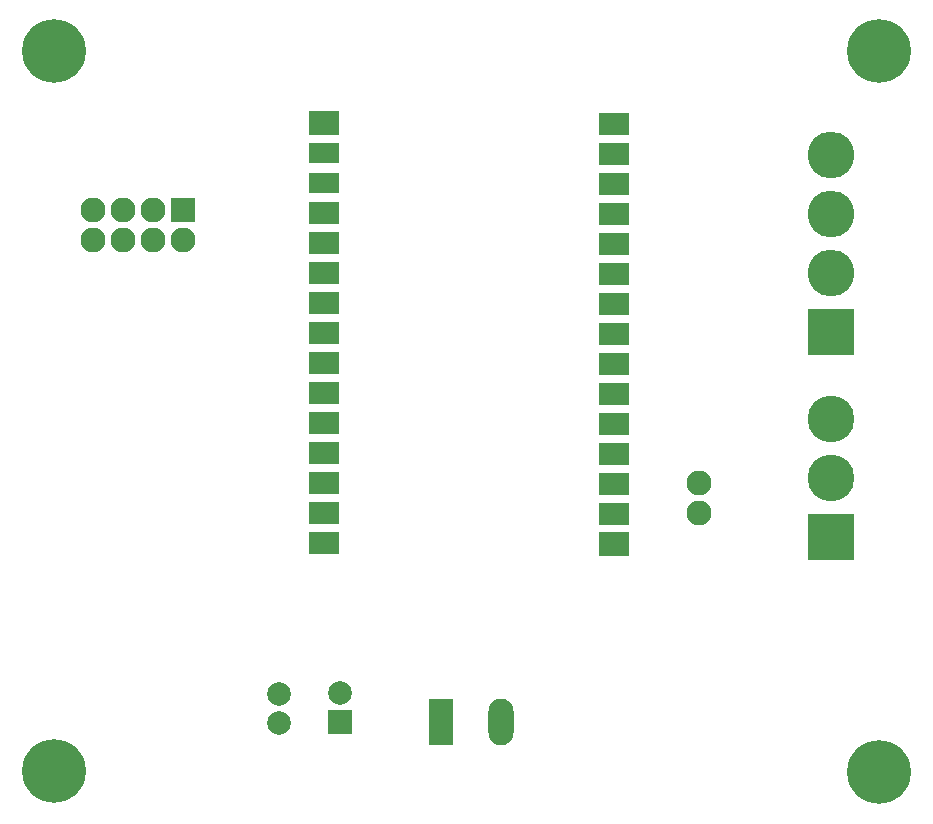
<source format=gbr>
%TF.GenerationSoftware,KiCad,Pcbnew,7.0.3*%
%TF.CreationDate,2023-06-10T16:48:24-05:00*%
%TF.ProjectId,ambient_measurement,616d6269-656e-4745-9f6d-656173757265,rev?*%
%TF.SameCoordinates,Original*%
%TF.FileFunction,Soldermask,Top*%
%TF.FilePolarity,Negative*%
%FSLAX46Y46*%
G04 Gerber Fmt 4.6, Leading zero omitted, Abs format (unit mm)*
G04 Created by KiCad (PCBNEW 7.0.3) date 2023-06-10 16:48:24*
%MOMM*%
%LPD*%
G01*
G04 APERTURE LIST*
%ADD10C,5.400000*%
%ADD11R,2.125000X3.960000*%
%ADD12O,2.125000X3.960000*%
%ADD13C,2.125000*%
%ADD14O,2.125000X2.125000*%
%ADD15R,2.000000X2.000000*%
%ADD16C,2.000000*%
%ADD17R,3.960000X3.960000*%
%ADD18C,3.960000*%
%ADD19O,3.960000X3.960000*%
%ADD20R,2.125000X2.125000*%
%ADD21R,2.540000X2.000000*%
%ADD22R,2.540000X1.950000*%
%ADD23R,2.540000X2.100000*%
%ADD24R,2.540000X1.740000*%
G04 APERTURE END LIST*
D10*
%TO.C,H2*%
X249936000Y-123036000D03*
%TD*%
D11*
%TO.C,5V1*%
X212894888Y-118792000D03*
D12*
X217894888Y-118792000D03*
%TD*%
D13*
%TO.C,R1*%
X234696000Y-98552000D03*
D14*
X234696000Y-101092000D03*
%TD*%
D15*
%TO.C,C1*%
X204296000Y-118785112D03*
D16*
X204296000Y-116285112D03*
%TD*%
D17*
%TO.C,J1*%
X245872000Y-103124000D03*
D18*
X245872000Y-98124000D03*
X245872000Y-93124000D03*
%TD*%
D17*
%TO.C,J2*%
X245872000Y-85772000D03*
D19*
X245872000Y-80772000D03*
X245872000Y-75772000D03*
X245872000Y-70772000D03*
%TD*%
D10*
%TO.C,H4*%
X249936000Y-61976000D03*
%TD*%
D20*
%TO.C,U1*%
X191045000Y-75392000D03*
D13*
X191045000Y-77932000D03*
X188505000Y-75392000D03*
X188505000Y-77932000D03*
X185965000Y-75392000D03*
X185965000Y-77932000D03*
X183425000Y-75392000D03*
X183425000Y-77932000D03*
%TD*%
D16*
%TO.C,C2*%
X199136000Y-118872000D03*
X199136000Y-116372000D03*
%TD*%
D21*
%TO.C,J_esp1*%
X227490500Y-103699000D03*
D22*
X227490500Y-101159000D03*
X227490500Y-98619000D03*
X227490500Y-96079000D03*
X227490500Y-93539000D03*
X227490500Y-90999000D03*
X227490500Y-88459000D03*
X227490500Y-85919000D03*
X227490500Y-83379000D03*
X227490500Y-80839000D03*
X227490500Y-78299000D03*
X227490500Y-75759000D03*
X227490500Y-73219000D03*
X227490500Y-70679000D03*
X227490500Y-68139000D03*
%TD*%
D10*
%TO.C,H3*%
X180100000Y-122936000D03*
%TD*%
D23*
%TO.C,J_esp0*%
X202950000Y-68060000D03*
D24*
X202950000Y-70600000D03*
X202950000Y-73140000D03*
D22*
X202950000Y-75680000D03*
X202950000Y-78220000D03*
X202950000Y-80760000D03*
X202950000Y-83300000D03*
X202950000Y-85840000D03*
X202950000Y-88380000D03*
X202950000Y-90920000D03*
X202950000Y-93460000D03*
X202950000Y-96000000D03*
X202950000Y-98540000D03*
X202950000Y-101080000D03*
X202950000Y-103620000D03*
%TD*%
D10*
%TO.C,H1*%
X180100000Y-61976000D03*
%TD*%
M02*

</source>
